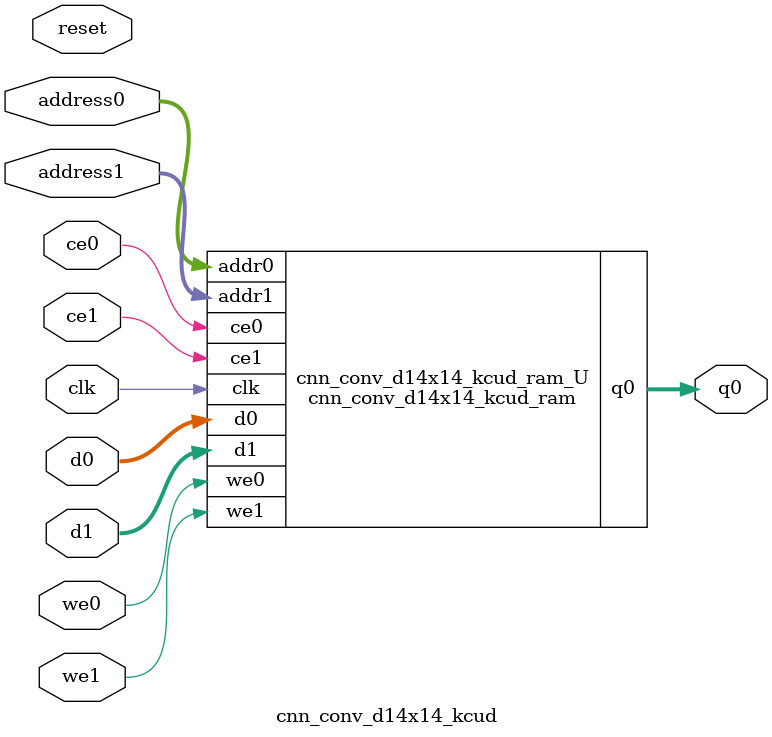
<source format=v>

`timescale 1 ns / 1 ps
module cnn_conv_d14x14_kcud_ram (addr0, ce0, d0, we0, q0, addr1, ce1, d1, we1,  clk);

parameter DWIDTH = 32;
parameter AWIDTH = 4;
parameter MEM_SIZE = 14;

input[AWIDTH-1:0] addr0;
input ce0;
input[DWIDTH-1:0] d0;
input we0;
output reg[DWIDTH-1:0] q0;
input[AWIDTH-1:0] addr1;
input ce1;
input[DWIDTH-1:0] d1;
input we1;
input clk;

(* ram_style = "block" *)reg [DWIDTH-1:0] ram[0:MEM_SIZE-1];




always @(posedge clk)  
begin 
    if (ce0) 
    begin
        if (we0) 
        begin 
            ram[addr0] <= d0; 
            q0 <= d0;
        end 
        else 
            q0 <= ram[addr0];
    end
end


always @(posedge clk)  
begin 
    if (ce1) 
    begin
        if (we1) 
        begin 
            ram[addr1] <= d1; 
        end 
    end
end


endmodule


`timescale 1 ns / 1 ps
module cnn_conv_d14x14_kcud(
    reset,
    clk,
    address0,
    ce0,
    we0,
    d0,
    q0,
    address1,
    ce1,
    we1,
    d1);

parameter DataWidth = 32'd32;
parameter AddressRange = 32'd14;
parameter AddressWidth = 32'd4;
input reset;
input clk;
input[AddressWidth - 1:0] address0;
input ce0;
input we0;
input[DataWidth - 1:0] d0;
output[DataWidth - 1:0] q0;
input[AddressWidth - 1:0] address1;
input ce1;
input we1;
input[DataWidth - 1:0] d1;



cnn_conv_d14x14_kcud_ram cnn_conv_d14x14_kcud_ram_U(
    .clk( clk ),
    .addr0( address0 ),
    .ce0( ce0 ),
    .d0( d0 ),
    .we0( we0 ),
    .q0( q0 ),
    .addr1( address1 ),
    .ce1( ce1 ),
    .d1( d1 ),
    .we1( we1 ));

endmodule


</source>
